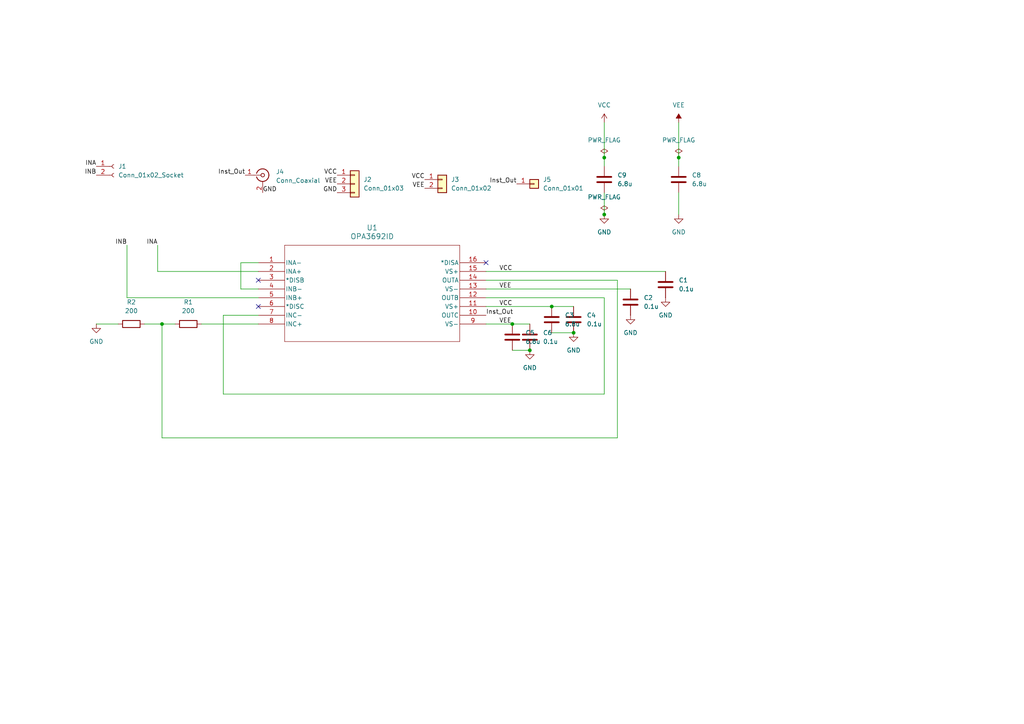
<source format=kicad_sch>
(kicad_sch (version 20231120) (generator "eeschema") (generator_version "8.0")
  (paper "A4")
  (lib_symbols
    (symbol "Connector:Conn_01x02_Socket" (pin_names (offset 1.016) hide)
      (property "Reference" "J" (at 0 2.54 0))
      (property "Value" "Conn_01x02_Socket" (at 0 -5.08 0))
      (symbol "Conn_01x02_Socket_1_1"
        (arc (start 0 -2.032) (mid -0.5058 -2.54) (end 0 -3.048) (stroke (width 0.1524)))
        (polyline (pts (xy -1.27 -2.54) (xy -0.508 -2.54)) (stroke (width 0.1524)))
        (polyline (pts (xy -1.27 0) (xy -0.508 0)) (stroke (width 0.1524)))
        (arc (start 0 0.508) (mid -0.5058 0) (end 0 -0.508) (stroke (width 0.1524)))
        (pin passive line (at -5.08 0 0) (length 3.81) (name "Pin_1") (number "1"))
        (pin passive line (at -5.08 -2.54 0) (length 3.81) (name "Pin_2") (number "2"))
      )
    )
    (symbol "Connector:Conn_Coaxial" (pin_names (offset 1.016) hide)
      (property "Reference" "J" (at 0.254 3.048 0))
      (property "Value" "Conn_Coaxial" (at 2.921 0 90))
      (symbol "Conn_Coaxial_0_1"
        (arc (start -1.778 -0.508) (mid 0.2311 -1.8066) (end 1.778 0) (stroke (width 0.254)))
        (polyline (pts (xy -2.54 0) (xy -0.508 0)))
        (polyline (pts (xy 0 -2.54) (xy 0 -1.778)))
        (circle (center 0 0) (radius 0.508) (stroke (width 0.2032)))
        (arc (start 1.778 0) (mid 0.2099 1.8101) (end -1.778 0.508) (stroke (width 0.254)))
      )
      (symbol "Conn_Coaxial_1_1"
        (pin passive line (at -5.08 0 0) (length 2.54) (name "In") (number "1"))
        (pin passive line (at 0 -5.08 90) (length 2.54) (name "Ext") (number "2"))
      )
    )
    (symbol "Connector_Generic:Conn_01x01" (pin_names (offset 1.016) hide)
      (property "Reference" "J" (at 0 2.54 0))
      (property "Value" "Conn_01x01" (at 0 -2.54 0))
      (symbol "Conn_01x01_1_1"
        (rectangle (start -1.27 0.127) (end 0 -0.127) (stroke (width 0.1524)))
        (rectangle (start -1.27 1.27) (end 1.27 -1.27) (stroke (width 0.254)) (fill (type background)))
        (pin passive line (at -5.08 0 0) (length 3.81) (name "Pin_1") (number "1"))
      )
    )
    (symbol "Connector_Generic:Conn_01x02" (pin_names (offset 1.016) hide)
      (property "Reference" "J" (at 0 2.54 0))
      (property "Value" "Conn_01x02" (at 0 -5.08 0))
      (symbol "Conn_01x02_1_1"
        (rectangle (start -1.27 -2.413) (end 0 -2.667) (stroke (width 0.1524)))
        (rectangle (start -1.27 0.127) (end 0 -0.127) (stroke (width 0.1524)))
        (rectangle (start -1.27 1.27) (end 1.27 -3.81) (stroke (width 0.254)) (fill (type background)))
        (pin passive line (at -5.08 0 0) (length 3.81) (name "Pin_1") (number "1"))
        (pin passive line (at -5.08 -2.54 0) (length 3.81) (name "Pin_2") (number "2"))
      )
    )
    (symbol "Connector_Generic:Conn_01x03" (pin_names (offset 1.016) hide)
      (property "Reference" "J" (at 0 5.08 0))
      (property "Value" "Conn_01x03" (at 0 -5.08 0))
      (symbol "Conn_01x03_1_1"
        (rectangle (start -1.27 -2.413) (end 0 -2.667) (stroke (width 0.1524)))
        (rectangle (start -1.27 0.127) (end 0 -0.127) (stroke (width 0.1524)))
        (rectangle (start -1.27 2.667) (end 0 2.413) (stroke (width 0.1524)))
        (rectangle (start -1.27 3.81) (end 1.27 -3.81) (stroke (width 0.254)) (fill (type background)))
        (pin passive line (at -5.08 2.54 0) (length 3.81) (name "Pin_1") (number "1"))
        (pin passive line (at -5.08 0 0) (length 3.81) (name "Pin_2") (number "2"))
        (pin passive line (at -5.08 -2.54 0) (length 3.81) (name "Pin_3") (number "3"))
      )
    )
    (symbol "Device:C" (pin_numbers hide) (pin_names (offset 0.254))
      (property "Reference" "C" (at 0.635 2.54 0))
      (property "Value" "C" (at 0.635 -2.54 0))
      (symbol "C_0_1"
        (polyline (pts (xy -2.032 -0.762) (xy 2.032 -0.762)) (stroke (width 0.508)))
        (polyline (pts (xy -2.032 0.762) (xy 2.032 0.762)) (stroke (width 0.508)))
      )
      (symbol "C_1_1"
        (pin passive line (at 0 3.81 270) (length 2.794) (name "~") (number "1"))
        (pin passive line (at 0 -3.81 90) (length 2.794) (name "~") (number "2"))
      )
    )
    (symbol "Device:R" (pin_numbers hide) (pin_names (offset 0))
      (property "Reference" "R" (at 2.032 0 90))
      (property "Value" "R" (at 0 0 90))
      (symbol "R_0_1"
        (rectangle (start -1.016 -2.54) (end 1.016 2.54) (stroke (width 0.254)))
      )
      (symbol "R_1_1"
        (pin passive line (at 0 3.81 270) (length 1.27) (name "~") (number "1"))
        (pin passive line (at 0 -3.81 90) (length 1.27) (name "~") (number "2"))
      )
    )
    (symbol "OPA3692_D_16:OPA3692ID" (pin_names (offset 0.254))
      (property "Reference" "U" (at 33.02 10.16 0))
      (property "Value" "OPA3692ID" (at 33.02 7.62 0))
      (symbol "OPA3692ID_0_1"
        (polyline (pts (xy 7.62 -22.86) (xy 58.42 -22.86)) (stroke (width 0.127)))
        (polyline (pts (xy 7.62 5.08) (xy 7.62 -22.86)) (stroke (width 0.127)))
        (polyline (pts (xy 58.42 -22.86) (xy 58.42 5.08)) (stroke (width 0.127)))
        (polyline (pts (xy 58.42 5.08) (xy 7.62 5.08)) (stroke (width 0.127)))
        (pin input line (at 0 0 0) (length 7.62) (name "INA-") (number "1"))
        (pin output line (at 66.04 -15.24 180) (length 7.62) (name "OUTC") (number "10"))
        (pin power_in line (at 66.04 -12.7 180) (length 7.62) (name "VS+") (number "11"))
        (pin output line (at 66.04 -10.16 180) (length 7.62) (name "OUTB") (number "12"))
        (pin power_in line (at 66.04 -7.62 180) (length 7.62) (name "VS-") (number "13"))
        (pin output line (at 66.04 -5.08 180) (length 7.62) (name "OUTA") (number "14"))
        (pin power_in line (at 66.04 -2.54 180) (length 7.62) (name "VS+") (number "15"))
        (pin unspecified line (at 66.04 0 180) (length 7.62) (name "*DISA") (number "16"))
        (pin input line (at 0 -2.54 0) (length 7.62) (name "INA+") (number "2"))
        (pin unspecified line (at 0 -5.08 0) (length 7.62) (name "*DISB") (number "3"))
        (pin input line (at 0 -7.62 0) (length 7.62) (name "INB-") (number "4"))
        (pin input line (at 0 -10.16 0) (length 7.62) (name "INB+") (number "5"))
        (pin unspecified line (at 0 -12.7 0) (length 7.62) (name "*DISC") (number "6"))
        (pin input line (at 0 -15.24 0) (length 7.62) (name "INC-") (number "7"))
        (pin input line (at 0 -17.78 0) (length 7.62) (name "INC+") (number "8"))
        (pin power_in line (at 66.04 -17.78 180) (length 7.62) (name "VS-") (number "9"))
      )
    )
    (symbol "PWR_FLAG_1" (power) (pin_numbers hide) (pin_names (offset 0) hide)
      (property "Value" "PWR_FLAG" (at 0 3.81 0))
      (symbol "PWR_FLAG_1_0_0"
        (pin power_out line (at 0 0 90) (length 0) (name "~") (number "1"))
      )
      (symbol "PWR_FLAG_1_0_1"
        (polyline (pts (xy 0 0) (xy 0 1.27) (xy -1.016 1.905) (xy 0 2.54) (xy 1.016 1.905) (xy 0 1.27)))
      )
    )
    (symbol "PWR_FLAG_2" (power) (pin_numbers hide) (pin_names (offset 0) hide)
      (property "Value" "PWR_FLAG" (at 0 3.81 0))
      (symbol "PWR_FLAG_2_0_0"
        (pin power_out line (at 0 0 90) (length 0) (name "~") (number "1"))
      )
      (symbol "PWR_FLAG_2_0_1"
        (polyline (pts (xy 0 0) (xy 0 1.27) (xy -1.016 1.905) (xy 0 2.54) (xy 1.016 1.905) (xy 0 1.27)))
      )
    )
    (symbol "VCC_1" (power) (pin_numbers hide) (pin_names (offset 0) hide)
      (property "Value" "VCC" (at 0 3.556 0))
      (symbol "VCC_1_0_1"
        (polyline (pts (xy -0.762 1.27) (xy 0 2.54)))
        (polyline (pts (xy 0 0) (xy 0 2.54)))
        (polyline (pts (xy 0 2.54) (xy 0.762 1.27)))
      )
      (symbol "VCC_1_1_1"
        (pin power_in line (at 0 0 90) (length 0) (name "~") (number "1"))
      )
    )
    (symbol "power:GND" (power) (pin_numbers hide) (pin_names (offset 0) hide)
      (property "Value" "GND" (at 0 -3.81 0))
      (symbol "GND_0_1"
        (polyline (pts (xy 0 0) (xy 0 -1.27) (xy 1.27 -1.27) (xy 0 -2.54) (xy -1.27 -1.27) (xy 0 -1.27)))
      )
      (symbol "GND_1_1"
        (pin power_in line (at 0 0 270) (length 0) (name "~") (number "1"))
      )
    )
    (symbol "power:VEE" (power) (pin_numbers hide) (pin_names (offset 0) hide)
      (property "Value" "VEE" (at 0 3.556 0))
      (symbol "VEE_0_1"
        (polyline (pts (xy 0 0) (xy 0 2.54)))
        (polyline (pts (xy 0.762 1.27) (xy -0.762 1.27) (xy 0 2.54) (xy 0.762 1.27)) (fill (type outline)))
      )
      (symbol "VEE_1_1"
        (pin power_in line (at 0 0 90) (length 0) (name "~") (number "1"))
      )
    )
  )
  (junction (at 196.85 45.72))
  (junction (at 153.67 101.6))
  (junction (at 175.26 62.23))
  (junction (at 46.99 93.98))
  (junction (at 160.02 88.9))
  (junction (at 166.37 96.52))
  (junction (at 148.59 93.98))
  (junction (at 175.26 45.72))
  (no_connect (at 74.93 88.9))
  (no_connect (at 74.93 81.28))
  (no_connect (at 140.97 76.2))
  (wire (pts (xy 196.85 35.56) (xy 196.85 45.72)))
  (wire (pts (xy 46.99 93.98) (xy 50.8 93.98)))
  (wire (pts (xy 160.02 88.9) (xy 166.37 88.9)))
  (wire (pts (xy 196.85 55.88) (xy 196.85 62.23)))
  (wire (pts (xy 58.42 93.98) (xy 74.93 93.98)))
  (wire (pts (xy 45.72 71.12) (xy 45.72 78.74)))
  (wire (pts (xy 69.85 76.2) (xy 74.93 76.2)))
  (wire (pts (xy 160.02 96.52) (xy 166.37 96.52)))
  (wire (pts (xy 140.97 93.98) (xy 148.59 93.98)))
  (wire (pts (xy 196.85 45.72) (xy 196.85 48.26)))
  (wire (pts (xy 140.97 86.36) (xy 175.26 86.36)))
  (wire (pts (xy 140.97 81.28) (xy 179.07 81.28)))
  (wire (pts (xy 175.26 114.3) (xy 64.77 114.3)))
  (wire (pts (xy 140.97 83.82) (xy 182.88 83.82)))
  (wire (pts (xy 27.94 93.98) (xy 34.29 93.98)))
  (wire (pts (xy 74.93 78.74) (xy 45.72 78.74)))
  (wire (pts (xy 179.07 127) (xy 46.99 127)))
  (wire (pts (xy 64.77 91.44) (xy 74.93 91.44)))
  (wire (pts (xy 140.97 78.74) (xy 193.04 78.74)))
  (wire (pts (xy 69.85 83.82) (xy 69.85 76.2)))
  (wire (pts (xy 46.99 93.98) (xy 46.99 127)))
  (wire (pts (xy 41.91 93.98) (xy 46.99 93.98)))
  (wire (pts (xy 36.83 71.12) (xy 36.83 86.36)))
  (wire (pts (xy 175.26 35.56) (xy 175.26 45.72)))
  (wire (pts (xy 148.59 101.6) (xy 153.67 101.6)))
  (wire (pts (xy 74.93 83.82) (xy 69.85 83.82)))
  (wire (pts (xy 74.93 86.36) (xy 36.83 86.36)))
  (wire (pts (xy 140.97 88.9) (xy 160.02 88.9)))
  (wire (pts (xy 148.59 93.98) (xy 153.67 93.98)))
  (wire (pts (xy 179.07 81.28) (xy 179.07 127)))
  (wire (pts (xy 64.77 114.3) (xy 64.77 91.44)))
  (wire (pts (xy 175.26 45.72) (xy 175.26 48.26)))
  (wire (pts (xy 175.26 55.88) (xy 175.26 62.23)))
  (wire (pts (xy 175.26 86.36) (xy 175.26 114.3)))
  (label "VEE" (at 123.19 54.61 180))
  (label "GND" (at 97.79 55.88 180))
  (label "VCC" (at 123.19 52.07 180))
  (label "INB" (at 36.83 71.12 180))
  (label "INA" (at 45.72 71.12 180))
  (label "GND" (at 76.2 55.88 0))
  (label "VCC" (at 144.78 88.9 0))
  (label "VEE" (at 144.78 83.82 0))
  (label "VCC" (at 144.78 78.74 0))
  (label "Inst_Out" (at 149.86 53.34 180))
  (label "INB" (at 27.94 50.8 180))
  (label "Inst_Out" (at 71.12 50.8 180))
  (label "VEE" (at 97.79 53.34 180))
  (label "Inst_Out" (at 140.97 91.44 0))
  (label "VCC" (at 97.79 50.8 180))
  (label "VEE" (at 144.78 93.98 0))
  (label "INA" (at 27.94 48.26 180))
  (symbol (lib_id "power:GND") (at 193.04 86.36 0) (unit 1)
    (property "Reference" "#PWR02" (effects (hide yes)))
    (property "Value" "GND" (at 193.04 91.44 0))
    (property "Description" "Power symbol creates a global label with name \"GND\" , ground" (effects (hide yes)))
  )
  (symbol (lib_name "VCC_1") (lib_id "power:VCC") (at 175.26 35.56 0) (unit 1)
    (property "Reference" "#PWR09" (effects (hide yes)))
    (property "Value" "VCC" (at 175.26 30.48 0))
    (property "Description" "Power symbol creates a global label with name \"VCC\"" (effects (hide yes)))
  )
  (symbol (lib_id "power:VEE") (at 196.85 35.56 0) (unit 1)
    (property "Reference" "#PWR07" (effects (hide yes)))
    (property "Value" "VEE" (at 196.85 30.48 0))
    (property "Description" "Power symbol creates a global label with name \"VEE\"" (effects (hide yes)))
  )
  (symbol (lib_id "OPA3692_D_16:OPA3692ID") (at 74.93 76.2 0) (unit 1)
    (property "Reference" "U1" (at 107.95 66.04 0) (effects (font (size 1.524 1.524))))
    (property "Value" "OPA3692ID" (at 107.95 68.58 0) (effects (font (size 1.524 1.524))))
    (property "Footprint" "OPA3692ID:D16" (effects (hide yes)))
    (property "Datasheet" "OPA3692ID" (effects (hide yes)))
  )
  (symbol (lib_id "power:GND") (at 153.67 101.6 0) (unit 1)
    (property "Reference" "#PWR05" (effects (hide yes)))
    (property "Value" "GND" (at 153.67 106.68 0))
    (property "Description" "Power symbol creates a global label with name \"GND\" , ground" (effects (hide yes)))
  )
  (symbol (lib_id "Connector:Conn_01x02_Socket") (at 33.02 48.26 0) (unit 1)
    (property "Reference" "J1" (at 34.29 48.2599 0) (effects (justify left)))
    (property "Value" "Conn_01x02_Socket" (at 34.29 50.7999 0) (effects (justify left)))
    (property "Description" "Generic connector, single row, 01x02, script generated" (effects (hide yes)))
  )
  (symbol (lib_id "power:GND") (at 196.85 62.23 0) (unit 1)
    (property "Reference" "#PWR08" (effects (hide yes)))
    (property "Value" "GND" (at 196.85 67.31 0))
  )
  (symbol (lib_id "power:GND") (at 175.26 62.23 0) (unit 1)
    (property "Reference" "#PWR010" (effects (hide yes)))
    (property "Value" "GND" (at 175.26 67.31 0))
  )
  (symbol (lib_id "Device:R") (at 54.61 93.98 90) (unit 1)
    (property "Reference" "R1" (at 54.61 87.63 90))
    (property "Value" "200" (at 54.61 90.17 90))
    (property "Description" "Resistor" (effects (hide yes)))
  )
  (symbol (lib_id "Device:C") (at 196.85 52.07 0) (unit 1)
    (property "Reference" "C8" (at 200.66 50.7999 0) (effects (justify left)))
    (property "Value" "6.8u" (at 200.66 53.3399 0) (effects (justify left)))
    (property "Footprint" "Capacitor_SMD:C_0805_2012Metric_Pad1.18x1.45mm_HandSolder" (effects (hide yes)))
  )
  (symbol (lib_id "Connector:Conn_Coaxial") (at 76.2 50.8 0) (unit 1)
    (property "Reference" "J4" (at 80.01 49.8231 0) (effects (justify left)))
    (property "Value" "Conn_Coaxial" (at 80.01 52.3631 0) (effects (justify left)))
    (property "Datasheet" " ~" (effects (hide yes)))
    (property "Description" "coaxial connector (BNC, SMA, SMB, SMC, Cinch/RCA, LEMO, ...)" (effects (hide yes)))
  )
  (symbol (lib_id "Connector_Generic:Conn_01x02") (at 128.27 52.07 0) (unit 1)
    (property "Reference" "J3" (at 130.81 52.0699 0) (effects (justify left)))
    (property "Value" "Conn_01x02" (at 130.81 54.6099 0) (effects (justify left)))
    (property "Description" "Generic connector, single row, 01x02, script generated (kicad-library-utils/schlib/autogen/connector/)" (effects (hide yes)))
  )
  (symbol (lib_id "Device:C") (at 175.26 52.07 0) (unit 1)
    (property "Reference" "C9" (at 179.07 50.7999 0) (effects (justify left)))
    (property "Value" "6.8u" (at 179.07 53.3399 0) (effects (justify left)))
    (property "Footprint" "Capacitor_SMD:C_0805_2012Metric_Pad1.18x1.45mm_HandSolder" (effects (hide yes)))
  )
  (symbol (lib_id "Device:C") (at 160.02 92.71 0) (unit 1)
    (property "Reference" "C3" (at 163.83 91.4399 0) (effects (justify left)))
    (property "Value" "6.8u" (at 163.83 93.9799 0) (effects (justify left)))
    (property "Description" "Unpolarized capacitor" (effects (hide yes)))
  )
  (symbol (lib_id "Device:R") (at 38.1 93.98 90) (unit 1)
    (property "Reference" "R2" (at 38.1 87.63 90))
    (property "Value" "200" (at 38.1 90.17 90))
    (property "Description" "Resistor" (effects (hide yes)))
  )
  (symbol (lib_name "PWR_FLAG_1") (lib_id "power:PWR_FLAG") (at 175.26 45.72 0) (unit 1)
    (property "Reference" "#FLG05" (effects (hide yes)))
    (property "Value" "PWR_FLAG" (at 175.26 40.64 0))
    (property "Description" "Special symbol for telling ERC where power comes from" (effects (hide yes)))
  )
  (symbol (lib_name "PWR_FLAG_2") (lib_id "power:PWR_FLAG") (at 175.26 62.23 0) (unit 1)
    (property "Reference" "#FLG06" (effects (hide yes)))
    (property "Value" "PWR_FLAG" (at 175.26 57.15 0))
    (property "Description" "Special symbol for telling ERC where power comes from" (effects (hide yes)))
  )
  (symbol (lib_id "Connector_Generic:Conn_01x01") (at 154.94 53.34 0) (unit 1)
    (property "Reference" "J5" (at 157.48 52.0699 0) (effects (justify left)))
    (property "Value" "Conn_01x01" (at 157.48 54.6099 0) (effects (justify left)))
    (property "Description" "Generic connector, single row, 01x01, script generated (kicad-library-utils/schlib/autogen/connector/)" (effects (hide yes)))
  )
  (symbol (lib_id "Device:C") (at 193.04 82.55 0) (unit 1)
    (property "Reference" "C1" (at 196.85 81.2799 0) (effects (justify left)))
    (property "Value" "0.1u" (at 196.85 83.8199 0) (effects (justify left)))
    (property "Description" "Unpolarized capacitor" (effects (hide yes)))
  )
  (symbol (lib_name "PWR_FLAG_1") (lib_id "power:PWR_FLAG") (at 196.85 45.72 0) (unit 1)
    (property "Reference" "#FLG01" (effects (hide yes)))
    (property "Value" "PWR_FLAG" (at 196.85 40.64 0))
    (property "Description" "Special symbol for telling ERC where power comes from" (effects (hide yes)))
  )
  (symbol (lib_id "Connector_Generic:Conn_01x03") (at 102.87 53.34 0) (unit 1)
    (property "Reference" "J2" (at 105.41 52.0699 0) (effects (justify left)))
    (property "Value" "Conn_01x03" (at 105.41 54.6099 0) (effects (justify left)))
    (property "Description" "Generic connector, single row, 01x03, script generated (kicad-library-utils/schlib/autogen/connector/)" (effects (hide yes)))
  )
  (symbol (lib_id "Device:C") (at 153.67 97.79 0) (unit 1)
    (property "Reference" "C6" (at 157.48 96.5199 0) (effects (justify left)))
    (property "Value" "0.1u" (at 157.48 99.0599 0) (effects (justify left)))
    (property "Description" "Unpolarized capacitor" (effects (hide yes)))
  )
  (symbol (lib_id "power:GND") (at 27.94 93.98 0) (unit 1)
    (property "Reference" "#PWR01" (effects (hide yes)))
    (property "Value" "GND" (at 27.94 99.06 0))
    (property "Description" "Power symbol creates a global label with name \"GND\" , ground" (effects (hide yes)))
  )
  (symbol (lib_id "Device:C") (at 148.59 97.79 0) (unit 1)
    (property "Reference" "C5" (at 152.4 96.5199 0) (effects (justify left)))
    (property "Value" "6.8u" (at 152.4 99.0599 0) (effects (justify left)))
    (property "Description" "Unpolarized capacitor" (effects (hide yes)))
  )
  (symbol (lib_id "Device:C") (at 166.37 92.71 0) (unit 1)
    (property "Reference" "C4" (at 170.18 91.4399 0) (effects (justify left)))
    (property "Value" "0.1u" (at 170.18 93.9799 0) (effects (justify left)))
    (property "Description" "Unpolarized capacitor" (effects (hide yes)))
  )
  (symbol (lib_id "power:GND") (at 166.37 96.52 0) (unit 1)
    (property "Reference" "#PWR04" (effects (hide yes)))
    (property "Value" "GND" (at 166.37 101.6 0))
    (property "Description" "Power symbol creates a global label with name \"GND\" , ground" (effects (hide yes)))
  )
  (symbol (lib_id "power:GND") (at 182.88 91.44 0) (unit 1)
    (property "Reference" "#PWR03" (effects (hide yes)))
    (property "Value" "GND" (at 182.88 96.52 0))
    (property "Description" "Power symbol creates a global label with name \"GND\" , ground" (effects (hide yes)))
  )
  (symbol (lib_id "Device:C") (at 182.88 87.63 0) (unit 1)
    (property "Reference" "C2" (at 186.69 86.3599 0) (effects (justify left)))
    (property "Value" "0.1u" (at 186.69 88.8999 0) (effects (justify left)))
    (property "Description" "Unpolarized capacitor" (effects (hide yes)))
  )
)
</source>
